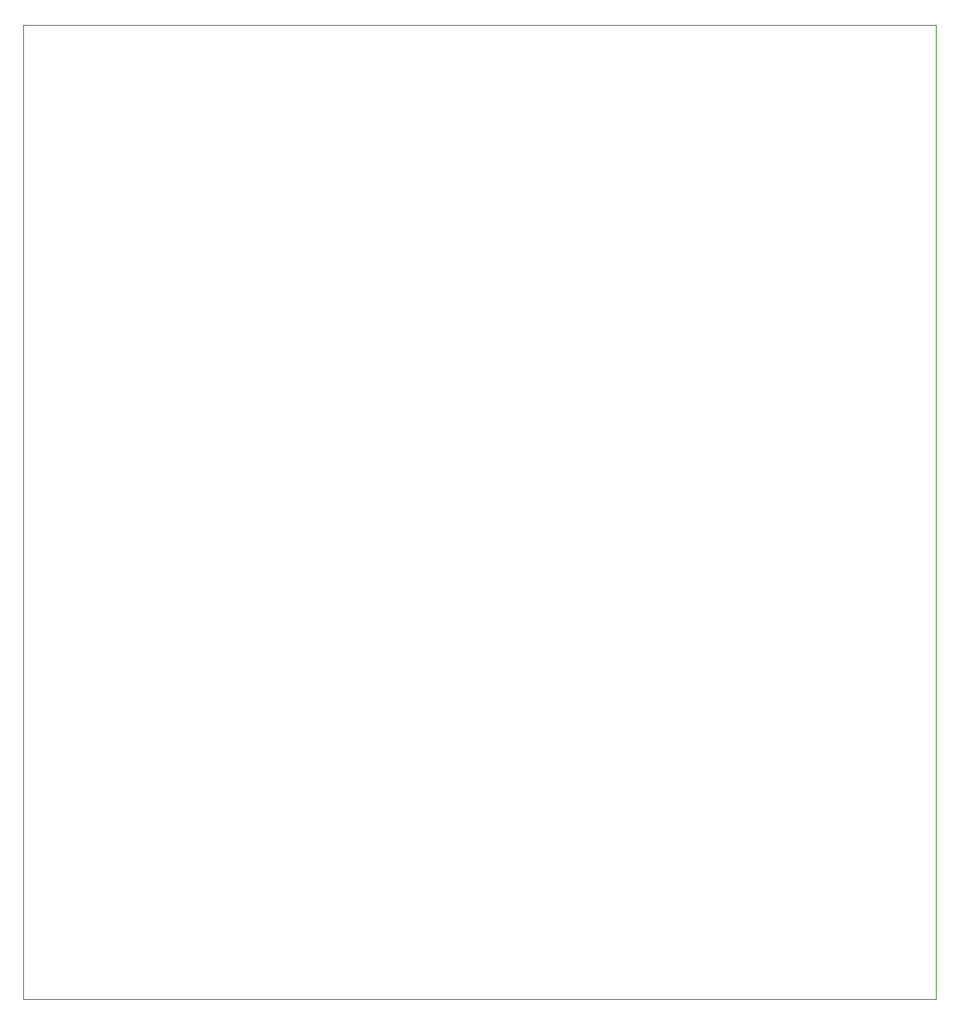
<source format=gbr>
%TF.GenerationSoftware,KiCad,Pcbnew,8.0.4-8.0.4-0~ubuntu22.04.1*%
%TF.CreationDate,2024-08-19T14:06:39+05:30*%
%TF.ProjectId,eps,6570732e-6b69-4636-9164-5f7063625858,rev?*%
%TF.SameCoordinates,Original*%
%TF.FileFunction,Profile,NP*%
%FSLAX46Y46*%
G04 Gerber Fmt 4.6, Leading zero omitted, Abs format (unit mm)*
G04 Created by KiCad (PCBNEW 8.0.4-8.0.4-0~ubuntu22.04.1) date 2024-08-19 14:06:39*
%MOMM*%
%LPD*%
G01*
G04 APERTURE LIST*
%TA.AperFunction,Profile*%
%ADD10C,0.100000*%
%TD*%
G04 APERTURE END LIST*
D10*
X50000000Y-64000000D02*
X140000000Y-64000000D01*
X140000000Y-64000000D02*
X140000000Y-160000000D01*
X140000000Y-160000000D02*
X50000000Y-160000000D01*
X50000000Y-160000000D02*
X50000000Y-64000000D01*
M02*

</source>
